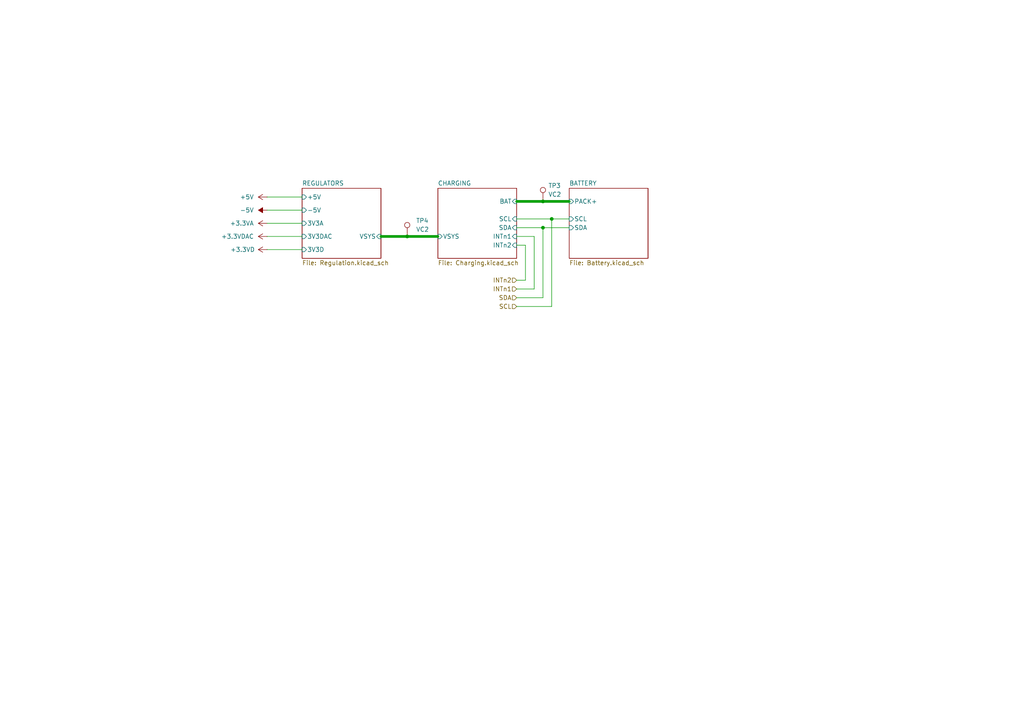
<source format=kicad_sch>
(kicad_sch (version 20250114) (generator "eeschema") (generator_version "9.0")
  (paper "A4")
  (lib_symbols
    (symbol "Connector:TestPoint" (pin_numbers (hide yes)) (pin_names (offset 0.762) (hide yes))
      (property "Reference" "TP" (at 0 6.858 0))
      (property "Value" "TestPoint" (at 0 5.08 0))
      (symbol "TestPoint_0_1"
        (circle (center 0 3.302) (radius 0.762))
      )
      (symbol "TestPoint_1_1"
        (pin passive line (at 0 0 90) (length 2.54) (name "1") (number "1"))
      )
    )
    (symbol "power:+3.3V" (power) (pin_numbers (hide yes)) (pin_names (offset 0) (hide yes))
      (property "Value" "+3.3V" (at 0 3.556 0))
      (symbol "+3.3V_0_1"
        (polyline (pts (xy -0.762 1.27) (xy 0 2.54)))
        (polyline (pts (xy 0 2.54) (xy 0.762 1.27)))
        (polyline (pts (xy 0 0) (xy 0 2.54)))
      )
      (symbol "+3.3V_1_1"
        (pin power_in line (at 0 0 90) (length 0) (name "~") (number "1"))
      )
    )
    (symbol "power:+3.3VA" (power) (pin_numbers (hide yes)) (pin_names (offset 0) (hide yes))
      (property "Value" "+3.3VA" (at 0 3.556 0))
      (symbol "+3.3VA_0_1"
        (polyline (pts (xy -0.762 1.27) (xy 0 2.54)))
        (polyline (pts (xy 0 2.54) (xy 0.762 1.27)))
        (polyline (pts (xy 0 0) (xy 0 2.54)))
      )
      (symbol "+3.3VA_1_1"
        (pin power_in line (at 0 0 90) (length 0) (name "~") (number "1"))
      )
    )
    (symbol "power:+5V" (power) (pin_numbers (hide yes)) (pin_names (offset 0) (hide yes))
      (property "Value" "+5V" (at 0 3.556 0))
      (symbol "+5V_0_1"
        (polyline (pts (xy -0.762 1.27) (xy 0 2.54)))
        (polyline (pts (xy 0 2.54) (xy 0.762 1.27)))
        (polyline (pts (xy 0 0) (xy 0 2.54)))
      )
      (symbol "+5V_1_1"
        (pin power_in line (at 0 0 90) (length 0) (name "~") (number "1"))
      )
    )
    (symbol "power:-5V" (power) (pin_numbers (hide yes)) (pin_names (offset 0) (hide yes))
      (property "Value" "-5V" (at 0 3.556 0))
      (symbol "-5V_0_0"
        (pin power_in line (at 0 0 90) (length 0) (name "~") (number "1"))
      )
      (symbol "-5V_0_1"
        (polyline (pts (xy 0 0) (xy 0 1.27) (xy 0.762 1.27) (xy 0 2.54) (xy -0.762 1.27) (xy 0 1.27)) (fill (type outline)))
      )
    )
  )
  (junction (at 157.48 66.04))
  (junction (at 118.11 68.58))
  (junction (at 160.02 63.5))
  (junction (at 157.48 58.42))
  (wire (pts (xy 149.86 81.28) (xy 152.4 81.28)))
  (wire (pts (xy 149.86 71.12) (xy 152.4 71.12)))
  (wire (pts (xy 157.48 66.04) (xy 165.1 66.04)))
  (wire (pts (xy 157.48 86.36) (xy 149.86 86.36)))
  (wire (pts (xy 149.86 68.58) (xy 154.94 68.58)))
  (wire (pts (xy 77.47 57.15) (xy 87.63 57.15)))
  (wire (pts (xy 118.11 68.58) (xy 127 68.58)) (stroke (width 0.762)))
  (wire (pts (xy 160.02 88.9) (xy 149.86 88.9)))
  (wire (pts (xy 154.94 83.82) (xy 149.86 83.82)))
  (wire (pts (xy 77.47 64.77) (xy 87.63 64.77)))
  (wire (pts (xy 152.4 71.12) (xy 152.4 81.28)))
  (wire (pts (xy 77.47 72.39) (xy 87.63 72.39)))
  (wire (pts (xy 77.47 60.96) (xy 87.63 60.96)))
  (wire (pts (xy 149.86 58.42) (xy 157.48 58.42)) (stroke (width 0.762)))
  (wire (pts (xy 149.86 63.5) (xy 160.02 63.5)))
  (wire (pts (xy 110.49 68.58) (xy 118.11 68.58)) (stroke (width 0.762)))
  (wire (pts (xy 77.47 68.58) (xy 87.63 68.58)))
  (wire (pts (xy 149.86 66.04) (xy 157.48 66.04)))
  (wire (pts (xy 160.02 63.5) (xy 165.1 63.5)))
  (wire (pts (xy 154.94 68.58) (xy 154.94 83.82)))
  (wire (pts (xy 160.02 63.5) (xy 160.02 88.9)))
  (wire (pts (xy 157.48 66.04) (xy 157.48 86.36)))
  (wire (pts (xy 157.48 58.42) (xy 165.1 58.42)) (stroke (width 0.762)))
  (hierarchical_label "INTn2" (shape input) (at 149.86 81.28 180))
  (hierarchical_label "INTn1" (shape input) (at 149.86 83.82 180))
  (hierarchical_label "SDA" (shape input) (at 149.86 86.36 180))
  (hierarchical_label "SCL" (shape input) (at 149.86 88.9 180))
  (symbol (lib_id "power:-5V") (at 77.47 60.96 90) (unit 1)
    (property "Reference" "#PWR0105" (effects (hide yes)))
    (property "Value" "-5V" (at 73.66 60.9599 90) (effects (justify left)))
    (property "Description" "Power symbol creates a global label with name \"-5V\"" (effects (hide yes)))
  )
  (symbol (lib_id "Connector:TestPoint") (at 157.48 58.42 0) (unit 1)
    (property "Reference" "TP3" (at 159.004 53.848 0) (effects (justify left)))
    (property "Value" "VC2" (at 159.004 56.388 0) (effects (justify left)))
    (property "Footprint" "TestPoint:TestPoint_Pad_3.0x3.0mm" (effects (hide yes)))
    (property "Description" "test point" (effects (hide yes)))
  )
  (symbol (lib_id "power:+3.3VA") (at 77.47 64.77 90) (unit 1)
    (property "Reference" "#PWR0106" (effects (hide yes)))
    (property "Value" "+3.3VA" (at 73.66 64.7699 90) (effects (justify left)))
    (property "Description" "Power symbol creates a global label with name \"+3.3VA\"" (effects (hide yes)))
  )
  (symbol (lib_id "power:+5V") (at 77.47 57.15 90) (unit 1)
    (property "Reference" "#PWR0104" (effects (hide yes)))
    (property "Value" "+5V" (at 73.66 57.1499 90) (effects (justify left)))
    (property "Description" "Power symbol creates a global label with name \"+5V\"" (effects (hide yes)))
  )
  (symbol (lib_id "Connector:TestPoint") (at 118.11 68.58 0) (unit 1)
    (property "Reference" "TP4" (at 120.65 64.0079 0) (effects (justify left)))
    (property "Value" "VC2" (at 120.65 66.5479 0) (effects (justify left)))
    (property "Footprint" "TestPoint:TestPoint_Pad_3.0x3.0mm" (effects (hide yes)))
    (property "Description" "test point" (effects (hide yes)))
  )
  (symbol (lib_id "power:+3.3VA") (at 77.47 68.58 90) (unit 1)
    (property "Reference" "#PWR0108" (effects (hide yes)))
    (property "Value" "+3.3VDAC" (at 73.66 68.5799 90) (effects (justify left)))
    (property "Description" "Power symbol creates a global label with name \"+3.3VA\"" (effects (hide yes)))
  )
  (symbol (lib_id "power:+3.3V") (at 77.47 72.39 90) (unit 1)
    (property "Reference" "#PWR0107" (effects (hide yes)))
    (property "Value" "+3.3VD" (at 70.358 72.39 90))
    (property "Description" "Power symbol creates a global label with name \"+3.3V\"" (effects (hide yes)))
  )
  (sheet (at 165.1 54.61) (size 22.86 20.32) (stroke (width 0.1524))
    (property "Sheetname" "BATTERY" (at 165.1 53.8984 0) (effects (justify left bottom)))
    (property "Sheetfile" "Battery.kicad_sch" (at 165.1 75.5146 0) (effects (justify left top)))
    (pin "PACK+" input (at 165.1 58.42 180))
    (pin "SCL" input (at 165.1 63.5 180))
    (pin "SDA" input (at 165.1 66.04 180))
  )
  (sheet (at 87.63 54.61) (size 22.86 20.32) (stroke (width 0.1524))
    (property "Sheetname" "REGULATORS" (at 87.63 53.8984 0) (effects (justify left bottom)))
    (property "Sheetfile" "Regulation.kicad_sch" (at 87.63 75.5146 0) (effects (justify left top)))
    (pin "VSYS" input (at 110.49 68.58 0))
    (pin "+5V" input (at 87.63 57.15 180))
    (pin "-5V" input (at 87.63 60.96 180))
    (pin "3V3A" input (at 87.63 64.77 180))
    (pin "3V3D" input (at 87.63 72.39 180))
    (pin "3V3DAC" input (at 87.63 68.58 180))
  )
  (sheet (at 127 54.61) (size 22.86 20.32) (stroke (width 0.1524))
    (property "Sheetname" "CHARGING" (at 127 53.8984 0) (effects (justify left bottom)))
    (property "Sheetfile" "Charging.kicad_sch" (at 127 75.5146 0) (effects (justify left top)))
    (pin "BAT" input (at 149.86 58.42 0))
    (pin "SCL" input (at 149.86 63.5 0))
    (pin "SDA" input (at 149.86 66.04 0))
    (pin "VSYS" input (at 127 68.58 180))
    (pin "INTn1" input (at 149.86 68.58 0))
    (pin "INTn2" input (at 149.86 71.12 0))
  )
)
</source>
